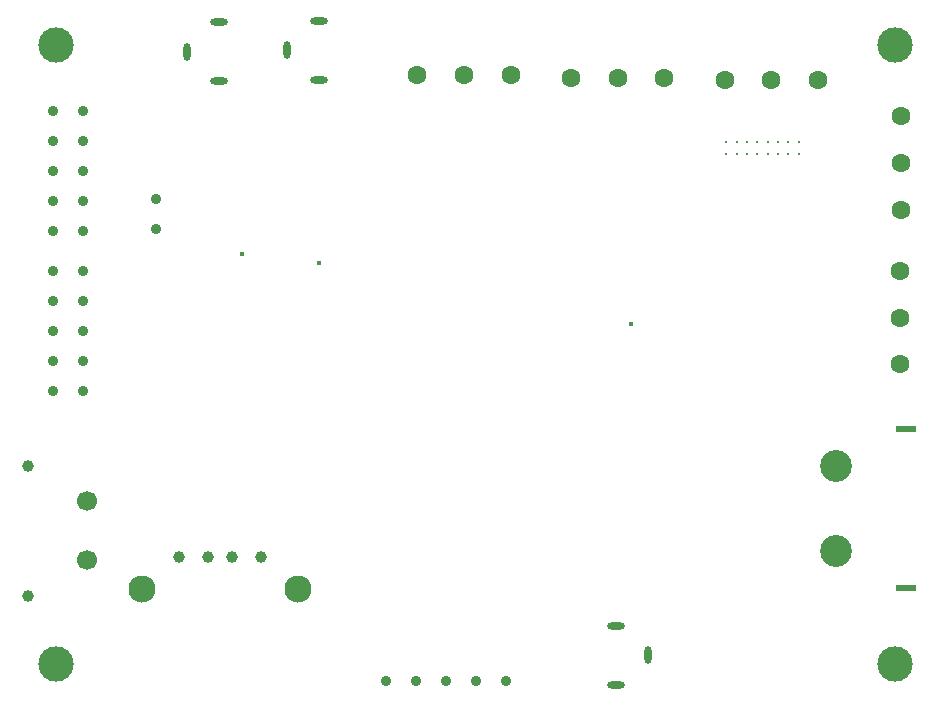
<source format=gbr>
%TF.GenerationSoftware,Altium Limited,Altium Designer,22.5.1 (42)*%
G04 Layer_Color=0*
%FSLAX44Y44*%
%MOMM*%
%TF.SameCoordinates,7B58D917-D16F-4CFB-9619-50DAC3371BF8*%
%TF.FilePolarity,Positive*%
%TF.FileFunction,Plated,1,4,PTH,Drill*%
%TF.Part,Single*%
G01*
G75*
%TA.AperFunction,ComponentDrill*%
%ADD117C,2.7000*%
%ADD118R,1.7000X0.6000*%
%ADD119O,1.5000X0.6000*%
%ADD120O,0.6000X1.5000*%
%ADD121C,0.9000*%
%ADD122C,1.0000*%
%ADD123C,1.7000*%
%ADD124C,3.0000*%
%ADD125C,0.9000*%
%ADD126C,1.6000*%
%ADD127C,1.6000*%
%ADD128C,1.0000*%
%ADD129C,2.3000*%
%TA.AperFunction,ViaDrill,NotFilled*%
%ADD130C,0.3000*%
%ADD131C,0.4000*%
D117*
X305000Y-94000D02*
D03*
Y-166000D02*
D03*
D118*
X365000Y-62500D02*
D03*
Y-197500D02*
D03*
D119*
X-132500Y233000D02*
D03*
Y283000D02*
D03*
X119250Y-229250D02*
D03*
Y-279250D02*
D03*
X-217000Y231750D02*
D03*
Y281750D02*
D03*
D120*
X-159500Y258000D02*
D03*
X146250Y-254250D02*
D03*
X-244000Y256750D02*
D03*
D121*
X-75650Y-276250D02*
D03*
X-24850Y-276250D02*
D03*
X550D02*
D03*
X25950D02*
D03*
X-50250D02*
D03*
D122*
X-378500Y-204000D02*
D03*
Y-94000D02*
D03*
D123*
X-328500Y-174000D02*
D03*
Y-124000D02*
D03*
D124*
X355000Y-262000D02*
D03*
X-355000Y262000D02*
D03*
Y-262000D02*
D03*
X355000Y262000D02*
D03*
D125*
X-270000Y106300D02*
D03*
Y131700D02*
D03*
X-357700Y70800D02*
D03*
X-332300D02*
D03*
X-357700Y20000D02*
D03*
X-332300D02*
D03*
X-357700Y-30800D02*
D03*
Y-5400D02*
D03*
X-332300D02*
D03*
Y-30800D02*
D03*
Y45400D02*
D03*
X-357700D02*
D03*
X-357400Y181000D02*
D03*
X-332000D02*
D03*
Y104800D02*
D03*
Y130200D02*
D03*
X-357400D02*
D03*
Y104800D02*
D03*
X-332000Y155600D02*
D03*
X-357400D02*
D03*
X-332000Y206400D02*
D03*
X-357400D02*
D03*
D126*
X250600Y233000D02*
D03*
X290200D02*
D03*
X211000D02*
D03*
X-9750Y236750D02*
D03*
X29850D02*
D03*
X-49350D02*
D03*
X80900Y234250D02*
D03*
X160100D02*
D03*
X120500D02*
D03*
D127*
X360000Y201850D02*
D03*
Y122650D02*
D03*
Y162250D02*
D03*
X359750Y31500D02*
D03*
Y-8100D02*
D03*
Y71100D02*
D03*
D128*
X-206200Y-171400D02*
D03*
X-181200Y-171400D02*
D03*
X-226200Y-171400D02*
D03*
X-251200D02*
D03*
D129*
X-281900Y-198500D02*
D03*
X-150500D02*
D03*
D130*
X212500Y170250D02*
D03*
X221250D02*
D03*
X230000D02*
D03*
X238750D02*
D03*
X273750D02*
D03*
X265000D02*
D03*
X256250D02*
D03*
X247500D02*
D03*
Y180000D02*
D03*
X256250D02*
D03*
X265000D02*
D03*
X273750D02*
D03*
X238750D02*
D03*
X230000D02*
D03*
X221250D02*
D03*
X212500D02*
D03*
D131*
X-197500Y85750D02*
D03*
X-132500Y77500D02*
D03*
X131750Y25750D02*
D03*
%TF.MD5,0fe434037d6010de79874f3089acf92c*%
M02*

</source>
